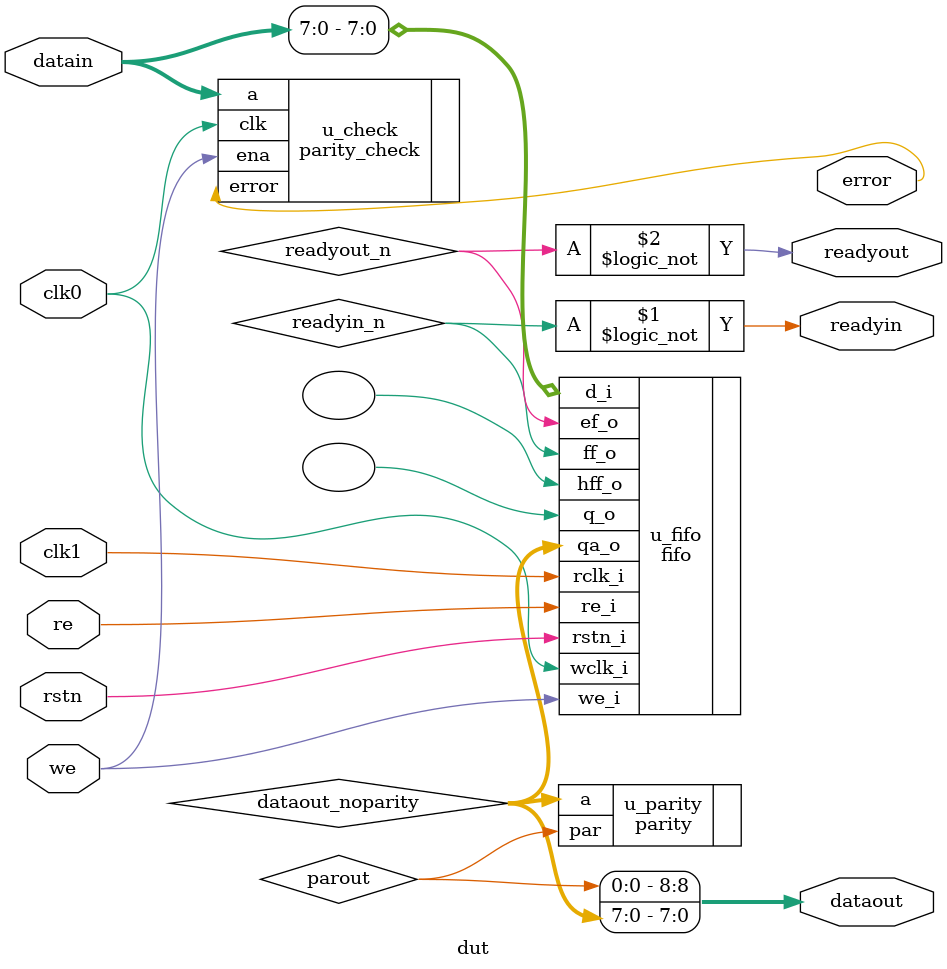
<source format=sv>

module dut (
  input  clk0,
  input  clk1,
  input  rstn,
  input  we,
  input  [8:0] datain,
  input  re,
  output readyin,
  output [8:0] dataout,
  output readyout,
  output error
);

  wire readyin_n;
  wire readyout_n;
  wire [7:0] dataout_noparity;

  parity_check #(
    .WIDTH (9)
  ) u_check (
    .clk   ( clk0   ),
    .ena   ( we     ),
    .a     ( datain ),
    .error ( error  )
  );

  fifo #(
    .WIDTH (8),
    .DEPTH (6)
  ) 
  u_fifo (
    .rstn_i ( rstn ),
    .wclk_i ( clk0 ),
    .rclk_i ( clk1 ),
    .we_i   ( we ),
    .d_i    ( datain[7:0] ),
    .re_i   ( re ),
    .q_o    (),
    .qa_o   ( dataout_noparity ),
    .ff_o   ( readyin_n ),
    .hff_o  (),
    .ef_o   ( readyout_n )
  );

  assign readyin = !readyin_n;
  assign readyout = !readyout_n;

  parity #(
    .WIDTH (8)
  )
  u_parity (
    .a   ( dataout_noparity ),
    .par ( parout )
  );

  assign dataout = { parout, dataout_noparity };

endmodule

</source>
